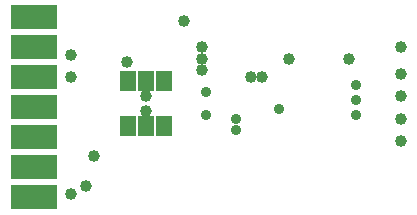
<source format=gbs>
G75*
%MOIN*%
%OFA0B0*%
%FSLAX25Y25*%
%IPPOS*%
%LPD*%
%AMOC8*
5,1,8,0,0,1.08239X$1,22.5*
%
%ADD10R,0.05400X0.07100*%
%ADD11R,0.15800X0.08400*%
%ADD12C,0.03975*%
%ADD13C,0.03581*%
D10*
X0052000Y0030550D03*
X0058000Y0030550D03*
X0064000Y0030550D03*
X0064000Y0045550D03*
X0058000Y0045550D03*
X0052000Y0045550D03*
D11*
X0020500Y0006800D03*
X0020500Y0016800D03*
X0020500Y0026800D03*
X0020500Y0036800D03*
X0020500Y0046800D03*
X0020500Y0056800D03*
X0020500Y0066800D03*
D12*
X0033000Y0054300D03*
X0033000Y0046800D03*
X0051750Y0051800D03*
X0058000Y0040550D03*
X0058000Y0035550D03*
X0076750Y0049300D03*
X0076750Y0053050D03*
X0076750Y0056800D03*
X0070500Y0065550D03*
X0105500Y0053050D03*
X0096750Y0046800D03*
X0093000Y0046800D03*
X0125500Y0053050D03*
X0143000Y0056800D03*
X0143000Y0048050D03*
X0143000Y0040550D03*
X0143000Y0033050D03*
X0143000Y0025550D03*
X0040500Y0020550D03*
X0038000Y0010550D03*
X0033000Y0008050D03*
D13*
X0078000Y0034300D03*
X0088000Y0033050D03*
X0088000Y0029300D03*
X0102150Y0036250D03*
X0078000Y0041800D03*
X0128000Y0039300D03*
X0128000Y0034300D03*
X0128000Y0044300D03*
M02*

</source>
